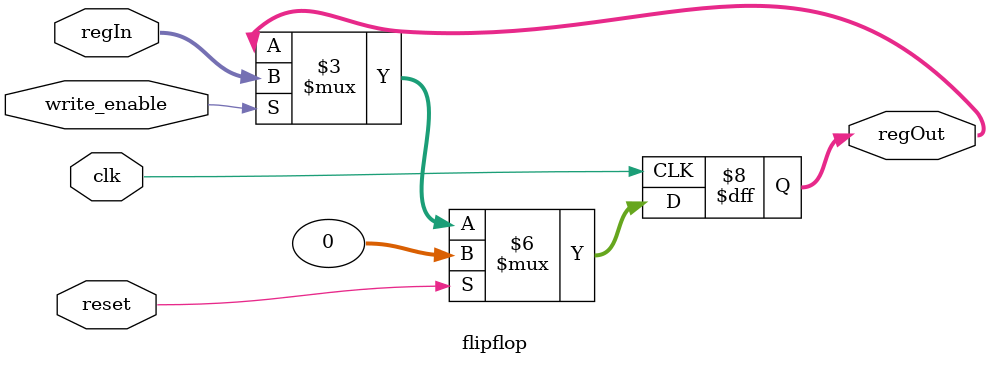
<source format=v>
module flipflop (   
    input clk, reset, write_enable,
    input [31:0] regIn,
    output reg [31:0] regOut
    );

    always @ (posedge clk) begin
        if (reset == 1) regOut <= 0;
        else if (write_enable) regOut <= regIn;
    end
endmodule
</source>
